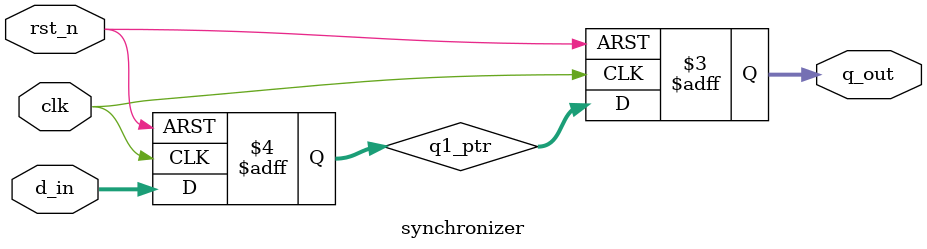
<source format=v>
module synchronizer #(
    parameter WIDTH = 4
) (
    input                       clk,
    input                       rst_n,
    input         [WIDTH : 0]   d_in,
    output  reg   [WIDTH : 0]   q_out
);

    // synchronizing ptr to clk
    reg     [WIDTH : 0]   q1_ptr;

    always @(posedge clk or negedge rst_n) begin
        if(!rst_n)
            {q_out, q1_ptr} <= 2'b0;
        else
            {q_out, q1_ptr} <= {q1_ptr, d_in};
    end
    
endmodule
</source>
